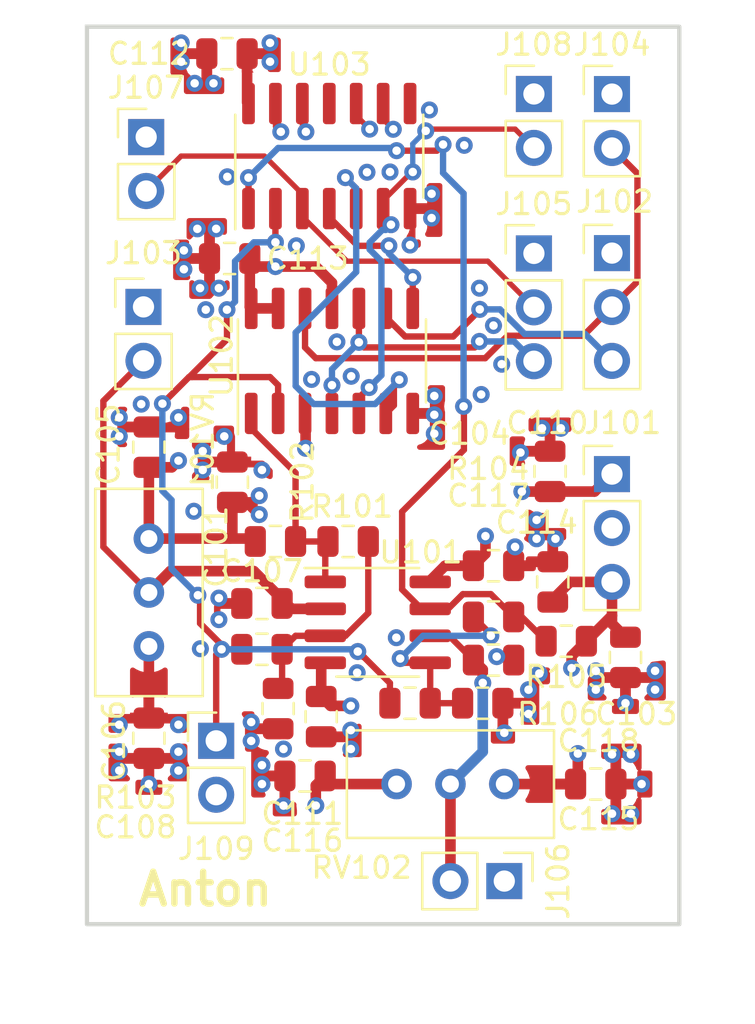
<source format=kicad_pcb>
(kicad_pcb (version 20211014) (generator pcbnew)
  (title_block (comment 4 "AISLER Project ID: MQHRUSWM"))
  (layers (0 "F.Cu" signal) (1 "In1.Cu" power) (2 "In2.Cu" power) (31 "B.Cu" signal) (34 "B.Paste" user) (35 "F.Paste" user) (36 "B.SilkS" user "B.Silkscreen") (37 "F.SilkS" user "F.Silkscreen") (38 "B.Mask" user) (39 "F.Mask" user) (44 "Edge.Cuts" user))
  (net 0 "")
  (net 1 "+5V")
  (net 2 "GND")
  (net 3 "-5V")
  (net 4 "/Ref_Comp_A")
  (net 5 "/Signal_Comp_A")
  (net 6 "/Ref_Comp_B")
  (net 7 "/Signal_Comp_B")
  (net 8 "/Signal_Out_Rising")
  (net 9 "/Rising_Edge_Out")
  (net 10 "Signal_Rising")
  (net 11 "/Signal_Out_Falling")
  (net 12 "/Falling_Edge_Out")
  (net 13 "Signal_Falling")
  (net 14 "/Both_Edges_Out")
  (net 15 "Signal_In")
  (net 16 "/Comp_Out_A")
  (net 17 "/Comp_Out_B")
  (net 18 "Net-(U102-Pad6)")
  (net 19 "Net-(U102-Pad8)")
  (footprint "Capacitor_SMD:C_0805_2012Metric" (layer "F.Cu") (at 62.225 73.152)
    (fp_text reference "C115")
    (fp_text value "10u")
  )
  (footprint "Capacitor_SMD:C_0805_2012Metric" (layer "F.Cu") (at 60.198 63.627 90)
    (fp_text reference "C114")
    (fp_text value "100n")
  )
  (footprint "Connector_PinHeader_2.54mm:PinHeader_1x03_P2.54mm_Vertical" (layer "F.Cu") (at 59.309 48.148)
    (fp_text reference "J105")
    (fp_text value "Conn_01x03_Male")
  )
  (footprint "Capacitor_SMD:C_0805_2012Metric" (layer "F.Cu") (at 46.482 64.643 180)
    (fp_text reference "C107")
    (fp_text value "1u")
  )
  (footprint "Capacitor_SMD:C_0805_2012Metric" (layer "F.Cu") (at 41.148 70.993 -90)
    (fp_text reference "C106")
    (fp_text value "10u")
  )
  (footprint "Capacitor_SMD:C_0805_2012Metric" (layer "F.Cu") (at 49.276 69.977 -90)
    (fp_text reference "C111")
    (fp_text value "100n")
  )
  (footprint "Connector_PinHeader_2.54mm:PinHeader_1x03_P2.54mm_Vertical" (layer "F.Cu") (at 62.992 58.547)
    (fp_text reference "J101")
    (fp_text value "Conn_01x03_Male")
  )
  (footprint "Capacitor_SMD:C_0805_2012Metric" (layer "F.Cu") (at 45.085 58.928 90)
    (fp_text reference "C101")
    (fp_text value "100n")
  )
  (footprint "Capacitor_SMD:C_0805_2012Metric" (layer "F.Cu") (at 48.514 72.771 180)
    (fp_text reference "C116")
    (fp_text value "10u")
  )
  (footprint "Capacitor_SMD:C_0805_2012Metric" (layer "F.Cu") (at 57.404 65.278)
    (fp_text reference "R104")
    (fp_text value "100k")
  )
  (footprint "Connector_PinHeader_2.54mm:PinHeader_1x02_P2.54mm_Vertical" (layer "F.Cu") (at 57.912 77.724 -90)
    (fp_text reference "J106")
    (fp_text value "Conn_01x02_Male")
  )
  (footprint "Connector_PinHeader_2.54mm:PinHeader_1x02_P2.54mm_Vertical" (layer "F.Cu") (at 40.894 50.668)
    (fp_text reference "J103")
    (fp_text value "Conn_01x02_Male")
  )
  (footprint "Package_SO:SOIC-14_3.9x8.7mm_P1.27mm" (layer "F.Cu") (at 49.784 53.213 90)
    (fp_text reference "U102")
    (fp_text value "74LS11")
  )
  (footprint "Capacitor_SMD:C_0805_2012Metric" (layer "F.Cu") (at 47.244 69.596 -90)
    (fp_text reference "C108")
    (fp_text value "1n")
  )
  (footprint "Capacitor_SMD:C_0805_2012Metric" (layer "F.Cu") (at 63.627 67.183 -90)
    (fp_text reference "C103")
    (fp_text value "10u")
  )
  (footprint "Capacitor_SMD:C_0805_2012Metric" (layer "F.Cu") (at 53.467 69.342)
    (fp_text reference "R106")
    (fp_text value "10k")
  )
  (footprint "Connector_PinHeader_2.54mm:PinHeader_1x02_P2.54mm_Vertical" (layer "F.Cu") (at 41.021 42.667)
    (fp_text reference "J107")
    (fp_text value "Conn_01x02_Male")
  )
  (footprint "Connector_PinHeader_2.54mm:PinHeader_1x02_P2.54mm_Vertical" (layer "F.Cu") (at 44.323 71.115)
    (fp_text reference "J109")
    (fp_text value "Conn_01x02_Male")
  )
  (footprint "Connector_PinHeader_2.54mm:PinHeader_1x02_P2.54mm_Vertical" (layer "F.Cu") (at 62.992 40.64)
    (fp_text reference "J104")
    (fp_text value "Conn_01x02_Male")
  )
  (footprint "Potentiometer_THT:Potentiometer_Bourns_3296W_Vertical" (layer "F.Cu") (at 41.148 61.585 90)
    (fp_text reference "RV101")
    (fp_text value "R_Potentiometer_Trim")
  )
  (footprint "Connector_PinHeader_2.54mm:PinHeader_1x02_P2.54mm_Vertical" (layer "F.Cu") (at 59.309 40.635)
    (fp_text reference "J108")
    (fp_text value "Conn_01x02_Male")
  )
  (footprint "Capacitor_SMD:C_0805_2012Metric" (layer "F.Cu") (at 60.833 66.421 180)
    (fp_text reference "R105")
    (fp_text value "22k")
  )
  (footprint "Capacitor_SMD:C_0805_2012Metric" (layer "F.Cu") (at 57.404 67.31)
    (fp_text reference "C117")
    (fp_text value "1u")
  )
  (footprint "Package_SO:SOIC-14_3.9x8.7mm_P1.27mm" (layer "F.Cu") (at 49.657 43.561 90)
    (fp_text reference "U103")
    (fp_text value "74LS32")
  )
  (footprint "Capacitor_SMD:C_0805_2012Metric" (layer "F.Cu") (at 41.148 57.277 90)
    (fp_text reference "C105")
    (fp_text value "10u")
  )
  (footprint "Capacitor_SMD:C_0805_2012Metric" (layer "F.Cu") (at 57.404 62.865)
    (fp_text reference "C104")
    (fp_text value "100n")
  )
  (footprint "Capacitor_SMD:C_0805_2012Metric" (layer "F.Cu") (at 44.831 38.735 180)
    (fp_text reference "C112")
    (fp_text value "100n")
  )
  (footprint "Package_SO:SOIC-8_3.9x4.9mm_P1.27mm" (layer "F.Cu") (at 51.943 65.532)
    (fp_text reference "U101")
    (fp_text value "LM393")
  )
  (footprint "Capacitor_SMD:C_0805_2012Metric" (layer "F.Cu") (at 47.117 61.722)
    (fp_text reference "R102")
    (fp_text value "22k")
  )
  (footprint "Connector_PinHeader_2.54mm:PinHeader_1x03_P2.54mm_Vertical" (layer "F.Cu") (at 62.992 48.133)
    (fp_text reference "J102")
    (fp_text value "Conn_01x03_Male")
  )
  (footprint "Potentiometer_THT:Potentiometer_Bourns_3296W_Vertical" (layer "F.Cu") (at 57.912 73.152)
    (fp_text reference "RV102")
    (fp_text value "R_Potentiometer_Trim")
  )
  (footprint "Capacitor_SMD:C_0805_2012Metric" (layer "F.Cu") (at 46.482 66.802)
    (fp_text reference "R103")
    (fp_text value "10k")
  )
  (footprint "Capacitor_SMD:C_0805_2012Metric" (layer "F.Cu") (at 60.071 58.42 90)
    (fp_text reference "C110")
    (fp_text value "10u")
  )
  (footprint "Capacitor_SMD:C_0805_2012Metric" (layer "F.Cu") (at 56.896 69.342)
    (fp_text reference "C118")
    (fp_text value "1n")
  )
  (footprint "Capacitor_SMD:C_0805_2012Metric" (layer "F.Cu") (at 44.958 48.387 180)
    (fp_text reference "C113")
    (fp_text value "100n")
  )
  (footprint "Capacitor_SMD:C_0805_2012Metric" (layer "F.Cu") (at 50.546 61.722 180)
    (fp_text reference "R101")
    (fp_text value "100k")
  )
  (gr_rect (start 66.167 37.465) (end 38.227 79.756) (layer "Edge.Cuts") (width 0.2) (fill none))
  (gr_text "Anton" (at 43.815 78.105) (layer "F.SilkS") (effects (font (size 1.5 1.5) (thickness 0.3))))
  (segment (start 60.198 64.577) (end 60.198 64.836) (width 0.3) (layer "F.Cu") (net 1))
  (segment (start 61.380489 71.715511) (end 61.380489 73.046511) (width 0.5) (layer "F.Cu") (net 1))
  (segment (start 54.418 63.627) (end 54.418 63.565) (width 0.5) (layer "F.Cu") (net 1))
  (segment (start 45.085 59.878) (end 46.04 59.878) (width 0.5) (layer "F.Cu") (net 1))
  (segment (start 45.781 59.878) (end 46.355 60.452) (width 0.5) (layer "F.Cu") (net 1))
  (segment (start 62.992 65.598) (end 63.627 66.233) (width 0.5) (layer "F.Cu") (net 1))
  (segment (start 45.781 38.735) (end 45.781 41.02) (width 0.5) (layer "F.Cu") (net 1))
  (segment (start 47.117 48.768) (end 49.022 48.768) (width 0.5) (layer "F.Cu") (net 1))
  (segment (start 61.971 66.233) (end 61.783 66.421) (width 0.25) (layer "F.Cu") (net 1))
  (segment (start 62.992 63.627) (end 62.992 65.212) (width 0.5) (layer "F.Cu") (net 1))
  (segment (start 62.992 65.212) (end 62.992 65.598) (width 0.5) (layer "F.Cu") (net 1))
  (segment (start 45.974 50.738) (end 47.244 50.738) (width 0.5) (layer "F.Cu") (net 1))
  (segment (start 41.148 61.585) (end 44.968 61.585) (width 0.5) (layer "F.Cu") (net 1))
  (segment (start 46.04 59.878) (end 46.355 59.563) (width 0.5) (layer "F.Cu") (net 1))
  (segment (start 45.085 59.878) (end 45.085 61.468) (width 0.5) (layer "F.Cu") (net 1))
  (segment (start 57.023 61.468) (end 57.023 62.296) (width 0.5) (layer "F.Cu") (net 1))
  (segment (start 61.087 67.117) (end 61.783 66.421) (width 0.5) (layer "F.Cu") (net 1))
  (segment (start 45.085 61.468) (end 44.968 61.585) (width 0.5) (layer "F.Cu") (net 1))
  (segment (start 61.380489 73.046511) (end 61.275 73.152) (width 0.5) (layer "F.Cu") (net 1))
  (segment (start 45.085 59.878) (end 45.781 59.878) (width 0.5) (layer "F.Cu") (net 1))
  (segment (start 48.54022 55.71422) (end 48.514 55.688) (width 0.5) (layer "F.Cu") (net 1))
  (segment (start 45.781 41.02) (end 45.847 41.086) (width 0.5) (layer "F.Cu") (net 1))
  (segment (start 48.54022 57.327899) (end 48.54022 55.71422) (width 0.5) (layer "F.Cu") (net 1))
  (segment (start 46.289 48.768) (end 45.908 48.387) (width 0.5) (layer "F.Cu") (net 1))
  (segment (start 49.784 49.53) (end 49.784 50.738) (width 0.5) (layer "F.Cu") (net 1))
  (segment (start 47.117 48.768) (end 46.289 48.768) (width 0.5) (layer "F.Cu") (net 1))
  (segment (start 61.087 67.691) (end 61.087 67.117) (width 0.5) (layer "F.Cu") (net 1))
  (segment (start 45.908 50.672) (end 45.974 50.738) (width 0.5) (layer "F.Cu") (net 1))
  (segment (start 57.023 62.296) (end 56.454 62.865) (width 0.5) (layer "F.Cu") (net 1))
  (segment (start 54.418 63.565) (end 55.118 62.865) (width 0.5) (layer "F.Cu") (net 1))
  (segment (start 62.992 63.627) (end 61.021 63.627) (width 0.5) (layer "F.Cu") (net 1))
  (segment (start 55.118 62.865) (end 56.454 62.865) (width 0.5) (layer "F.Cu") (net 1))
  (segment (start 44.968 61.585) (end 46.03 61.585) (width 0.5) (layer "F.Cu") (net 1))
  (segment (start 41.148 61.585) (end 41.148 58.227) (width 0.5) (layer "F.Cu") (net 1))
  (segment (start 62.992 65.212) (end 61.783 66.421) (width 0.5) (layer "F.Cu") (net 1))
  (segment (start 56.454 62.865) (end 56.454 63.053) (width 0.5) (layer "F.Cu") (net 1))
  (segment (start 61.021 63.627) (end 60.071 64.577) (width 0.5) (layer "F.Cu") (net 1))
  (segment (start 57.912 73.152) (end 61.275 73.152) (width 0.5) (layer "F.Cu") (net 1))
  (segment (start 45.908 48.387) (end 45.908 50.672) (width 0.5) (layer "F.Cu") (net 1))
  (segment (start 41.148 58.227) (end 42.23 58.227) (width 0.5) (layer "F.Cu") (net 1))
  (segment (start 49.022 48.768) (end 49.784 49.53) (width 0.5) (layer "F.Cu") (net 1))
  (segment (start 42.23 58.227) (end 42.545 57.912) (width 0.5) (layer "F.Cu") (net 1))
  (segment (start 46.03 61.585) (end 46.167 61.722) (width 0.5) (layer "F.Cu") (net 1))
  (via (at 61.380489 71.715511) (size 0.8) (drill 0.4) (layers "F.Cu" "B.Cu") (net 1))
  (via (at 47.117 48.768) (size 0.8) (drill 0.4) (layers "F.Cu" "B.Cu") (net 1))
  (via (at 46.863 38.227) (size 0.8) (drill 0.4) (layers "F.Cu" "B.Cu") (net 1))
  (via (at 61.087 67.691) (size 0.8) (drill 0.4) (layers "F.Cu" "B.Cu") (net 1))
  (via (at 57.023 61.468) (size 0.8) (drill 0.4) (layers "F.Cu" "B.Cu") (net 1))
  (via (at 42.545 57.912) (size 0.8) (drill 0.4) (layers "F.Cu" "B.Cu") (net 1))
  (via (at 46.863 39.116) (size 0.8) (drill 0.4) (layers "F.Cu" "B.Cu") (net 1))
  (via (at 46.355 60.452) (size 0.8) (drill 0.4) (layers "F.Cu" "B.Cu") (net 1))
  (via (at 48.54022 57.327899) (size 0.8) (drill 0.4) (layers "F.Cu" "B.Cu") (net 1))
  (via (at 46.355 59.563) (size 0.8) (drill 0.4) (layers "F.Cu" "B.Cu") (net 1))
  (segment (start 47.371 42.418) (end 47.117 42.164) (width 0.25) (layer "F.Cu") (net 2))
  (segment (start 52.675563 42.298698) (end 52.197 41.820135) (width 0.25) (layer "F.Cu") (net 2))
  (segment (start 52.197 41.820135) (end 52.197 41.086) (width 0.25) (layer "F.Cu") (net 2))
  (segment (start 50.927 41.656) (end 50.927 41.086) (width 0.25) (layer "F.Cu") (net 2))
  (segment (start 47.117 42.164) (end 47.117 41.086) (width 0.25) (layer "F.Cu") (net 2))
  (segment (start 51.562 42.291) (end 50.927 41.656) (width 0.25) (layer "F.Cu") (net 2))
  (segment (start 48.387 42.2515) (end 48.387 41.086) (width 0.25) (layer "F.Cu") (net 2))
  (segment (start 48.5535 42.418) (end 48.387 42.2515) (width 0.25) (layer "F.Cu") (net 2))
  (via (at 58.42 61.976) (size 0.8) (drill 0.4) (layers "F.Cu" "B.Cu") (net 2))
  (via (at 63.627 69.342) (size 0.8) (drill 0.4) (layers "F.Cu" "B.Cu") (net 2))
  (via (at 54.61 56.642) (size 0.8) (drill 0.4) (layers "F.Cu" "B.Cu") (net 2))
  (via (at 47.498 74.168) (size 0.8) (drill 0.4) (layers "F.Cu" "B.Cu") (net 2))
  (via (at 42.799 48.895) (size 0.8) (drill 0.4) (layers "F.Cu" "B.Cu") (net 2))
  (via (at 60.579 56.388) (size 0.8) (drill 0.4) (layers "F.Cu" "B.Cu") (net 2))
  (via (at 53.467 47.752) (size 0.8) (drill 0.4) (layers "F.Cu" "B.Cu") (net 2))
  (via (at 42.545 71.628) (size 0.8) (drill 0.4) (layers "F.Cu" "B.Cu") (net 2))
  (via (at 59.69 56.388) (size 0.8) (drill 0.4) (layers "F.Cu" "B.Cu") (net 2))
  (via (at 59.055 68.707) (size 0.8) (drill 0.4) (layers "F.Cu" "B.Cu") (net 2))
  (via (at 44.45 64.389) (size 0.8) (drill 0.4) (layers "F.Cu" "B.Cu") (net 2))
  (via (at 62.992 71.755) (size 0.8) (drill 0.4) (layers "F.Cu" "B.Cu") (net 2))
  (via (at 62.23 67.818) (size 0.8) (drill 0.4) (layers "F.Cu" "B.Cu") (net 2))
  (via (at 52.819374 66.255835) (size 0.8) (drill 0.4) (layers "F.Cu" "B.Cu") (net 2))
  (via (at 48.821734 54.085724) (size 0.8) (drill 0.4) (layers "F.Cu" "B.Cu") (net 2))
  (via (at 59.436 61.595) (size 0.8) (drill 0.4) (layers "F.Cu" "B.Cu") (net 2))
  (via (at 56.822438 54.797297) (size 0.8) (drill 0.4) (layers "F.Cu" "B.Cu") (net 2))
  (via (at 54.483 45.339) (size 0.8) (drill 0.4) (layers "F.Cu" "B.Cu") (net 2))
  (via (at 43.577826 66.776378) (size 0.8) (drill 0.4) (layers "F.Cu" "B.Cu") (net 2))
  (via (at 54.61 54.864) (size 0.8) (drill 0.4) (layers "F.Cu" "B.Cu") (net 2))
  (via (at 56.740762 49.78498) (size 0.8) (drill 0.4) (layers "F.Cu" "B.Cu") (net 2))
  (via (at 57.789502 53.366952) (size 0.8) (drill 0.4) (layers "F.Cu" "B.Cu") (net 2))
  (via (at 54.380718 41.388965) (size 0.8) (drill 0.4) (layers "F.Cu" "B.Cu") (net 2))
  (via (at 39.751 55.88) (size 0.8) (drill 0.4) (layers "F.Cu" "B.Cu") (net 2))
  (via (at 43.434 46.99) (size 0.8) (drill 0.4) (layers "F.Cu" "B.Cu") (net 2))
  (via (at 42.672 38.227) (size 0.8) (drill 0.4) (layers "F.Cu" "B.Cu") (net 2))
  (via (at 42.672 39.116) (size 0.8) (drill 0.4) (layers "F.Cu" "B.Cu") (net 2))
  (via (at 63.881 74.549) (size 0.8) (drill 0.4) (layers "F.Cu" "B.Cu") (net 2))
  (via (at 59.563 67.945) (size 0.8) (drill 0.4) (layers "F.Cu" "B.Cu") (net 2))
  (via (at 44.196 40.132) (size 0.8) (drill 0.4) (layers "F.Cu" "B.Cu") (net 2))
  (via (at 43.831497 50.8) (size 0.8) (drill 0.4) (layers "F.Cu" "B.Cu") (net 2))
  (via (at 46.482 73.152) (size 0.8) (drill 0.4) (layers "F.Cu" "B.Cu") (net 2))
  (via (at 39.751 56.769) (size 0.8) (drill 0.4) (layers "F.Cu" "B.Cu") (net 2))
  (via (at 43.307 40.132) (size 0.8) (drill 0.4) (layers "F.Cu" "B.Cu") (net 2))
  (via (at 47.498 71.501) (size 0.8) (drill 0.4) (layers "F.Cu" "B.Cu") (net 2))
  (via (at 62.992 74.549) (size 0.8) (drill 0.4) (layers "F.Cu" "B.Cu") (net 2))
  (via (at 54.483 46.482) (size 0.8) (drill 0.4) (layers "F.Cu" "B.Cu") (net 2))
  (via (at 42.545 55.88) (size 0.8) (drill 0.4) (layers "F.Cu" "B.Cu") (net 2))
  (via (at 43.561 49.784) (size 0.8) (drill 0.4) (layers "F.Cu" "B.Cu") (net 2))
  (via (at 60.325 61.595) (size 0.8) (drill 0.4) (layers "F.Cu" "B.Cu") (net 2))
  (via (at 40.788034 55.250119) (size 0.8) (drill 0.4) (layers "F.Cu" "B.Cu") (net 2))
  (via (at 42.545 72.517) (size 0.8) (drill 0.4) (layers "F.Cu" "B.Cu") (net 2))
  (via (at 51.435 44.323) (size 0.8) (drill 0.4) (layers "F.Cu" "B.Cu") (net 2))
  (via (at 65.024 67.818) (size 0.8) (drill 0.4) (layers "F.Cu" "B.Cu") (net 2))
  (via (at 39.751 71.628) (size 0.8) (drill 0.4) (layers "F.Cu" "B.Cu") (net 2))
  (via (at 50.673 71.501) (size 0.8) (drill 0.4) (layers "F.Cu" "B.Cu") (net 2))
  (via (at 44.45 65.405) (size 0.8) (drill 0.4) (layers "F.Cu" "B.Cu") (net 2))
  (via (at 50.016023 52.314523) (size 0.8) (drill 0.4) (layers "F.Cu" "B.Cu") (net 2))
  (via (at 44.45 49.784) (size 0.8) (drill 0.4) (layers "F.Cu" "B.Cu") (net 2))
  (via (at 44.323 46.99) (size 0.8) (drill 0.4) (layers "F.Cu" "B.Cu") (net 2))
  (via (at 45.974 71.12) (size 0.8) (drill 0.4) (layers "F.Cu" "B.Cu") (net 2))
  (via (at 56.022672 43.05301) (size 0.8) (drill 0.4) (layers "F.Cu" "B.Cu") (net 2))
  (via (at 52.675563 42.298698) (size 0.8) (drill 0.4) (layers "F.Cu" "B.Cu") (net 2))
  (via (at 44.848201 44.5395) (size 0.8) (drill 0.4) (layers "F.Cu" "B.Cu") (net 2))
  (via (at 43.269117 60.297681) (size 0.8) (drill 0.4) (layers "F.Cu" "B.Cu") (net 2))
  (via (at 50.971168 67.906122) (size 0.8) (drill 0.4) (layers "F.Cu" "B.Cu") (net 2))
  (via (at 59.055 69.85) (size 0.8) (drill 0.4) (layers "F.Cu" "B.Cu") (net 2))
  (via (at 59.436 60.706) (size 0.8) (drill 0.4) (layers "F.Cu" "B.Cu") (net 2))
  (via (at 41.148 73.152) (size 0.8) (drill 0.4) (layers "F.Cu" "B.Cu") (net 2))
  (via (at 42.799 48.006) (size 0.8) (drill 0.4) (layers "F.Cu" "B.Cu") (net 2))
  (via (at 44.704 56.769) (size 0.8) (drill 0.4) (layers "F.Cu" "B.Cu") (net 2))
  (via (at 43.688 57.465) (size 0.8) (drill 0.4) (layers "F.Cu" "B.Cu") (net 2))
  (via (at 43.688 58.354) (size 0.8) (drill 0.4) (layers "F.Cu" "B.Cu") (net 2))
  (via (at 54.61 55.753) (size 0.8) (drill 0.4) (layers "F.Cu" "B.Cu") (net 2))
  (via (at 48.102904 47.789317) (size 0.8) (drill 0.4) (layers "F.Cu" "B.Cu") (net 2))
  (via (at 52.52183 44.3105) (size 0.8) (drill 0.4) (layers "F.Cu" "B.Cu") (net 2))
  (via (at 58.674 57.531) (size 0.8) (drill 0.4) (layers "F.Cu" "B.Cu") (net 2))
  (via (at 57.5535 67.147286) (size 0.8) (drill 0.4) (layers "F.Cu" "B.Cu") (net 2))
  (via (at 65.024 68.707) (size 0.8) (drill 0.4) (layers "F.Cu" "B.Cu") (net 2))
  (via (at 46.482 72.263) (size 0.8) (drill 0.4) (layers "F.Cu" "B.Cu") (net 2))
  (via (at 48.5535 42.418) (size 0.8) (drill 0.4) (layers "F.Cu" "B.Cu") (net 2))
  (via (at 47.371 42.418) (size 0.8) (drill 0.4) (layers "F.Cu" "B.Cu") (net 2))
  (via (at 57.402648 51.546273) (size 0.8) (drill 0.4) (layers "F.Cu" "B.Cu") (net 2))
  (via (at 64.389 73.152) (size 0.8) (drill 0.4) (layers "F.Cu" "B.Cu") (net 2))
  (via (at 50.690932 53.935907) (size 0.8) (drill 0.4) (layers "F.Cu" "B.Cu") (net 2))
  (via (at 50.673 70.612) (size 0.8) (drill 0.4) (layers "F.Cu" "B.Cu") (net 2))
  (via (at 46.482 58.354) (size 0.8) (drill 0.4) (layers "F.Cu" "B.Cu") (net 2))
  (via (at 51.562 42.291) (size 0.8) (drill 0.4) (layers "F.Cu" "B.Cu") (net 2))
  (via (at 62.23 68.707) (size 0.8) (drill 0.4) (layers "F.Cu" "B.Cu") (net 2))
  (via (at 45.974 70.231) (size 0.8) (drill 0.4) (layers "F.Cu" "B.Cu") (net 2))
  (via (at 39.751 72.517) (size 0.8) (drill 0.4) (layers "F.Cu" "B.Cu") (net 2))
  (via (at 63.881 71.755) (size 0.8) (drill 0.4) (layers "F.Cu" "B.Cu") (net 2))
  (via (at 57.912 70.739) (size 0.8) (drill 0.4) (layers "F.Cu" "B.Cu") (net 2))
  (segment (start 60.071 59.37) (end 58.74 59.37) (width 0.5) (layer "F.Cu") (net 3))
  (segment (start 62.169 59.37) (end 62.992 58.547) (width 0.5) (layer "F.Cu") (net 3))
  (segment (start 49.276 67.629) (end 49.468 67.437) (width 0.5) (layer "F.Cu") (net 3))
  (segment (start 49.022 74.168) (end 49.022 73.213) (width 0.5) (layer "F.Cu") (net 3))
  (segment (start 49.022 73.213) (end 49.464 72.771) (width 0.5) (layer "F.Cu") (net 3))
  (segment (start 50.673 69.469) (end 49.718 69.469) (width 0.5) (layer "F.Cu") (net 3))
  (segment (start 49.845 73.152) (end 49.464 72.771) (width 0.5) (layer "F.Cu") (net 3))
  (segment (start 49.718 69.469) (end 49.276 69.027) (width 0.5) (layer "F.Cu") (net 3))
  (segment (start 58.674 59.436) (end 58.74 59.37) (width 0.5) (layer "F.Cu") (net 3))
  (segment (start 41.148 66.665) (end 41.148 70.043) (width 0.5) (layer "F.Cu") (net 3))
  (segment (start 60.071 59.37) (end 62.169 59.37) (width 0.5) (layer "F.Cu") (net 3))
  (segment (start 52.832 73.152) (end 49.845 73.152) (width 0.5) (layer "F.Cu") (net 3))
  (segment (start 49.276 69.027) (end 49.276 67.629) (width 0.5) (layer "F.Cu") (net 3))
  (via (at 58.74 59.37) (size 0.8) (drill 0.4) (layers "F.Cu" "B.Cu") (net 3))
  (via (at 49.022 74.168) (size 0.8) (drill 0.4) (layers "F.Cu" "B.Cu") (net 3))
  (via (at 42.545 70.358) (size 0.8) (drill 0.4) (layers "F.Cu" "B.Cu") (net 3))
  (via (at 39.751 70.358) (size 0.8) (drill 0.4) (layers "F.Cu" "B.Cu") (net 3))
  (via (at 50.673 69.469) (size 0.8) (drill 0.4) (layers "F.Cu" "B.Cu") (net 3))
  (segment (start 39.001489 61.978489) (end 41.148 64.125) (width 0.3) (layer "F.Cu") (net 4))
  (segment (start 47.879 64.897) (end 49.468 64.897) (width 0.5) (layer "F.Cu") (net 4))
  (segment (start 39.001489 55.100511) (end 39.001489 61.978489) (width 0.3) (layer "F.Cu") (net 4))
  (segment (start 40.894 53.208) (end 39.001489 55.100511) (width 0.3) (layer "F.Cu") (net 4))
  (segment (start 42.154 63.119) (end 46.101 63.119) (width 0.5) (layer "F.Cu") (net 4))
  (segment (start 46.101 63.119) (end 47.879 64.897) (width 0.5) (layer "F.Cu") (net 4))
  (segment (start 41.148 64.125) (end 42.154 63.119) (width 0.5) (layer "F.Cu") (net 4))
  (segment (start 51.496 65.09) (end 51.496 61.722) (width 0.3) (layer "F.Cu") (net 5))
  (segment (start 47.432 66.802) (end 47.432 68.331) (width 0.3) (layer "F.Cu") (net 5))
  (segment (start 47.432 66.802) (end 48.067 66.167) (width 0.3) (layer "F.Cu") (net 5))
  (segment (start 49.468 66.167) (end 50.419 66.167) (width 0.3) (layer "F.Cu") (net 5))
  (segment (start 50.419 66.167) (end 51.496 65.09) (width 0.3) (layer "F.Cu") (net 5))
  (segment (start 48.067 66.167) (end 49.468 66.167) (width 0.3) (layer "F.Cu") (net 5))
  (segment (start 47.432 68.331) (end 47.244 68.519) (width 0.3) (layer "F.Cu") (net 5))
  (segment (start 56.896 68.385699) (end 56.896 67.752) (width 0.5) (layer "F.Cu") (net 6))
  (segment (start 55.372 77.724) (end 55.372 73.152) (width 0.5) (layer "F.Cu") (net 6))
  (segment (start 54.418 66.167) (end 55.311 66.167) (width 0.3) (layer "F.Cu") (net 6))
  (segment (start 56.896 67.752) (end 56.454 67.31) (width 0.5) (layer "F.Cu") (net 6))
  (segment (start 55.311 66.167) (end 56.454 67.31) (width 0.3) (layer "F.Cu") (net 6))
  (via (at 56.896 68.385699) (size 0.8) (drill 0.4) (layers "F.Cu" "B.Cu") (net 6))
  (segment (start 56.896 71.628) (end 55.372 73.152) (width 0.5) (layer "B.Cu") (net 6))
  (segment (start 56.896 68.385699) (end 56.896 71.628) (width 0.5) (layer "B.Cu") (net 6))
  (segment (start 53.014419 67.238419) (end 53.213 67.437) (width 0.3) (layer "F.Cu") (net 7))
  (segment (start 54.417 67.438) (end 54.418 67.437) (width 0.3) (layer "F.Cu") (net 7))
  (segment (start 57.277 66.167) (end 57.277 66.101) (width 0.3) (layer "F.Cu") (net 7))
  (segment (start 53.213 67.437) (end 54.418 67.437) (width 0.3) (layer "F.Cu") (net 7))
  (segment (start 57.277 66.101) (end 56.454 65.278) (width 0.3) (layer "F.Cu") (net 7))
  (segment (start 55.946 69.342) (end 54.417 69.342) (width 0.3) (layer "F.Cu") (net 7))
  (segment (start 53.002495 67.238419) (end 53.014419 67.238419) (width 0.3) (layer "F.Cu") (net 7))
  (segment (start 54.417 69.342) (end 54.417 67.438) (width 0.3) (layer "F.Cu") (net 7))
  (via (at 53.002495 67.238419) (size 0.8) (drill 0.4) (layers "F.Cu" "B.Cu") (net 7))
  (via (at 57.277 66.167) (size 0.8) (drill 0.4) (layers "F.Cu" "B.Cu") (net 7))
  (segment (start 54.073914 66.167) (end 57.277 66.167) (width 0.3) (layer "B.Cu") (net 7))
  (segment (start 53.002495 67.238419) (end 54.073914 66.167) (width 0.3) (layer "B.Cu") (net 7))
  (segment (start 58.068011 52.028489) (end 61.636511 52.028489) (width 0.3) (layer "F.Cu") (net 9))
  (segment (start 64.191511 49.473489) (end 64.191511 44.379511) (width 0.3) (layer "F.Cu") (net 9))
  (segment (start 48.514 50.738) (end 48.514 52.578) (width 0.3) (layer "F.Cu") (net 9))
  (segment (start 49.022 53.086) (end 57.0105 53.086) (width 0.3) (layer "F.Cu") (net 9))
  (segment (start 62.992 50.673) (end 64.191511 49.473489) (width 0.3) (layer "F.Cu") (net 9))
  (segment (start 61.636511 52.028489) (end 62.992 50.673) (width 0.3) (layer "F.Cu") (net 9))
  (segment (start 64.191511 44.379511) (end 62.992 43.18) (width 0.3) (layer "F.Cu") (net 9))
  (segment (start 57.0105 53.086) (end 58.068011 52.028489) (width 0.3) (layer "F.Cu") (net 9))
  (segment (start 48.514 52.578) (end 49.022 53.086) (width 0.3) (layer "F.Cu") (net 9))
  (segment (start 52.324 50.738) (end 52.324 51.149427) (width 0.3) (layer "F.Cu") (net 10))
  (segment (start 52.324 51.054) (end 52.197 51.181) (width 0.3) (layer "F.Cu") (net 10))
  (segment (start 56.769 50.8) (end 56.755728 50.786728) (width 0.3) (layer "F.Cu") (net 10))
  (segment (start 52.324 51.149427) (end 53.237093 52.06252) (width 0.3) (layer "F.Cu") (net 10))
  (segment (start 56.755728 50.786728) (end 56.755728 50.784369) (width 0.3) (layer "F.Cu") (net 10))
  (segment (start 55.50648 52.06252) (end 56.769 50.8) (width 0.3) (layer "F.Cu") (net 10))
  (segment (start 53.237093 52.06252) (end 55.50648 52.06252) (width 0.3) (layer "F.Cu") (net 10))
  (via (at 56.755728 50.784369) (size 0.8) (drill 0.4) (layers "F.Cu" "B.Cu") (net 10))
  (segment (start 58.867634 51.943) (end 61.722 51.943) (width 0.3) (layer "B.Cu") (net 10))
  (segment (start 56.755728 50.784369) (end 57.709003 50.784369) (width 0.3) (layer "B.Cu") (net 10))
  (segment (start 57.709003 50.784369) (end 58.867634 51.943) (width 0.3) (layer "B.Cu") (net 10))
  (segment (start 61.722 51.943) (end 62.992 53.213) (width 0.3) (layer "B.Cu") (net 10))
  (segment (start 46.600386 43.561) (end 42.667 43.561) (width 0.25) (layer "F.Cu") (net 12))
  (segment (start 48.387 45.347614) (end 46.600386 43.561) (width 0.25) (layer "F.Cu") (net 12))
  (segment (start 48.387 46.036) (end 48.387 46.412072) (width 0.25) (layer "F.Cu") (net 12))
  (segment (start 42.667 43.561) (end 41.021 45.207) (width 0.25) (layer "F.Cu") (net 12))
  (segment (start 50.488928 48.514) (end 57.135 48.514) (width 0.25) (layer "F.Cu") (net 12))
  (segment (start 48.387 46.036) (end 48.387 45.347614) (width 0.25) (layer "F.Cu") (net 12))
  (segment (start 48.387 46.412072) (end 50.488928 48.514) (width 0.25) (layer "F.Cu") (net 12))
  (segment (start 41.49152 44.73648) (end 41.021 45.207) (width 0.25) (layer "F.Cu") (net 12))
  (segment (start 57.135 48.514) (end 59.309 50.688) (width 0.25) (layer "F.Cu") (net 12))
  (segment (start 49.784 54.356) (end 49.784 55.688) (width 0.3) (layer "F.Cu") (net 13))
  (segment (start 56.740773 52.352227) (end 56.740773 52.295773) (width 0.3) (layer "F.Cu") (net 13))
  (segment (start 51.054 52.3365) (end 51.054 50.738) (width 0.3) (layer "F.Cu") (net 13))
  (segment (start 51.054 52.3365) (end 51.2955 52.578) (width 0.3) (layer "F.Cu") (net 13))
  (segment (start 51.2955 52.578) (end 56.515 52.578) (width 0.3) (layer "F.Cu") (net 13))
  (segment (start 56.515 52.578) (end 56.740773 52.352227) (width 0.3) (layer "F.Cu") (net 13))
  (via (at 49.784 54.356) (size 0.8) (drill 0.4) (layers "F.Cu" "B.Cu") (net 13))
  (via (at 51.054 52.3365) (size 0.8) (drill 0.4) (layers "F.Cu" "B.Cu") (net 13))
  (via (at 56.740773 52.295773) (size 0.8) (drill 0.4) (layers "F.Cu" "B.Cu") (net 13))
  (segment (start 58.376773 52.295773) (end 59.309 53.228) (width 0.3) (layer "B.Cu") (net 13))
  (segment (start 56.740773 52.295773) (end 58.376773 52.295773) (width 0.3) (layer "B.Cu") (net 13))
  (segment (start 49.784 53.6065) (end 51.054 52.3365) (width 0.3) (layer "B.Cu") (net 13))
  (segment (start 49.784 54.356) (end 49.784 53.6065) (width 0.3) (layer "B.Cu") (net 13))
  (segment (start 58.425 42.291) (end 59.309 43.175) (width 0.25) (layer "F.Cu") (net 14))
  (segment (start 51.537258 54.467638) (end 51.054 54.950896) (width 0.3) (layer "F.Cu") (net 14))
  (segment (start 54.28923 42.291) (end 58.425 42.291) (width 0.25) (layer "F.Cu") (net 14))
  (segment (start 51.054 54.950896) (end 51.054 55.688) (width 0.3) (layer "F.Cu") (net 14))
  (segment (start 52.197 46.424442) (end 52.197 46.036) (width 0.3) (layer "F.Cu") (net 14))
  (segment (start 52.197 46.036) (end 52.197 45.659928) (width 0.25) (layer "F.Cu") (net 14))
  (segment (start 54.206979 42.373251) (end 54.28923 42.291) (width 0.25) (layer "F.Cu") (net 14))
  (segment (start 52.197 45.659928) (end 53.594 44.262928) (width 0.25) (layer "F.Cu") (net 14))
  (segment (start 52.5675 46.794942) (end 52.197 46.424442) (width 0.3) (layer "F.Cu") (net 14))
  (segment (start 53.594 44.262928) (end 53.594 44.069) (width 0.25) (layer "F.Cu") (net 14))
  (segment (start 53.594 44.069) (end 53.594 44.3105) (width 0.25) (layer "F.Cu") (net 14))
  (via (at 54.206979 42.373251) (size 0.8) (drill 0.4) (layers "F.Cu" "B.Cu") (net 14))
  (via (at 52.5675 46.794942) (size 0.8) (drill 0.4) (layers "F.Cu" "B.Cu") (net 14))
  (via (at 51.537258 54.467638) (size 0.8) (drill 0.4) (layers "F.Cu" "B.Cu") (net 14))
  (via (at 53.594 44.3105) (size 0.8) (drill 0.4) (layers "F.Cu" "B.Cu") (net 14))
  (segment (start 52.322453 47.039989) (end 52.157742 47.039989) (width 0.3) (layer "B.Cu") (net 14))
  (segment (start 52.157742 47.039989) (end 51.562 47.635731) (width 0.3) (layer "B.Cu") (net 14))
  (segment (start 51.562 47.635731) (end 51.562 47.96047) (width 0.3) (layer "B.Cu") (net 14))
  (segment (start 51.562 47.96047) (end 52.116446 48.514916) (width 0.3) (layer "B.Cu") (net 14))
  (segment (start 54.206979 42.373251) (end 53.594 42.98623) (width 0.25) (layer "B.Cu") (net 14))
  (segment (start 52.5675 46.794942) (end 52.322453 47.039989) (width 0.3) (layer "B.Cu") (net 14))
  (segment (start 52.116446 48.514916) (end 52.116446 53.88845) (width 0.3) (layer "B.Cu") (net 14))
  (segment (start 53.594 42.98623) (end 53.594 44.3105) (width 0.25) (layer "B.Cu") (net 14))
  (segment (start 52.116446 53.88845) (end 51.537258 54.467638) (width 0.3) (layer "B.Cu") (net 14))
  (segment (start 44.323 67.056) (end 44.577 66.802) (width 0.3) (layer "F.Cu") (net 15))
  (segment (start 46.863 53.975) (end 47.244 54.356) (width 0.3) (layer "F.Cu") (net 15))
  (segment (start 41.787296 55.228163) (end 43.040459 53.975) (width 0.3) (layer "F.Cu") (net 15))
  (segment (start 43.561 64.135) (end 43.45959 64.23641) (width 0.3) (layer "F.Cu") (net 15))
  (segment (start 43.040459 53.975) (end 43.18 53.975) (width 0.3) (layer "F.Cu") (net 15))
  (segment (start 44.577 66.802) (end 45.532 66.802) (width 0.3) (layer "F.Cu") (net 15))
  (segment (start 43.040459 53.975) (end 43.053 53.975) (width 0.3) (layer "F.Cu") (net 15))
  (segment (start 43.053 53.975) (end 44.831 52.197) (width 0.3) (layer "F.Cu") (net 15))
  (segment (start 52.517 68.391984) (end 52.517 69.342) (width 0.3) (layer "F.Cu") (net 15))
  (segment (start 43.561 65.57597) (end 43.561 64.135) (width 0.3) (layer "F.Cu") (net 15))
  (segment (start 47.117 47.625) (end 47.117 46.036) (width 0.3) (layer "F.Cu") (net 15))
  (segment (start 51.281627 67.156611) (end 52.517 68.391984) (width 0.3) (layer "F.Cu") (net 15))
  (segment (start 45.532 66.802) (end 44.78703 66.802) (width 0.3) (layer "F.Cu") (net 15))
  (segment (start 44.78703 66.802) (end 43.561 65.57597) (width 0.3) (layer "F.Cu") (net 15))
  (segment (start 51.000883 66.907062) (end 51.250432 67.156611) (width 0.3) (layer "F.Cu") (net 15))
  (segment (start 47.244 54.356) (end 47.244 55.688) (width 0.3) (layer "F.Cu") (net 15))
  (segment (start 44.831 52.197) (end 44.831 50.8) (width 0.3) (layer "F.Cu") (net 15))
  (segment (start 44.323 71.115) (end 44.323 67.056) (width 0.3) (layer "F.Cu") (net 15))
  (segment (start 43.45959 64.23641) (end 43.45959 64.254501) (width 0.3) (layer "F.Cu") (net 15))
  (segment (start 43.18 53.975) (end 46.863 53.975) (width 0.3) (layer "F.Cu") (net 15))
  (segment (start 51.250432 67.156611) (end 51.281627 67.156611) (width 0.3) (layer "F.Cu") (net 15))
  (via (at 51.000883 66.907062) (size 0.8) (drill 0.4) (layers "F.Cu" "B.Cu") (net 15))
  (via (at 44.831 50.8) (size 0.8) (drill 0.4) (layers "F.Cu" "B.Cu") (net 15))
  (via (at 41.787296 55.228163) (size 0.8) (drill 0.4) (layers "F.Cu" "B.Cu") (net 15))
  (via (at 47.117 47.625) (size 0.8) (drill 0.4) (layers "F.Cu" "B.Cu") (net 15))
  (via (at 43.45959 64.254501) (size 0.8) (drill 0.4) (layers "F.Cu" "B.Cu") (net 15))
  (via (at 44.577 66.802) (size 0.8) (drill 0.4) (layers "F.Cu" "B.Cu") (net 15))
  (segment (start 41.783 55.499) (end 41.783 59.334383) (width 0.3) (layer "B.Cu") (net 15))
  (segment (start 50.895821 66.802) (end 44.577 66.802) (width 0.3) (layer "B.Cu") (net 15))
  (segment (start 51.000883 66.907062) (end 50.895821 66.802) (width 0.3) (layer "B.Cu") (net 15))
  (segment (start 42.217511 63.012422) (end 43.45959 64.254501) (width 0.3) (layer "B.Cu") (net 15))
  (segment (start 45.212 50.419) (end 45.212 48.514) (width 0.3) (layer "B.Cu") (net 15))
  (segment (start 44.831 50.8) (end 45.212 50.419) (width 0.3) (layer "B.Cu") (net 15))
  (segment (start 41.783 59.334383) (end 42.217511 59.768894) (width 0.3) (layer "B.Cu") (net 15))
  (segment (start 46.101 47.625) (end 47.117 47.625) (width 0.3) (layer "B.Cu") (net 15))
  (segment (start 42.217511 59.768894) (end 42.217511 63.012422) (width 0.3) (layer "B.Cu") (net 15))
  (segment (start 45.212 48.514) (end 46.101 47.625) (width 0.3) (layer "B.Cu") (net 15))
  (segment (start 41.787296 55.228163) (end 41.787296 55.494704) (width 0.3) (layer "B.Cu") (net 15))
  (segment (start 41.787296 55.494704) (end 41.783 55.499) (width 0.3) (layer "B.Cu") (net 15))
  (segment (start 45.974 55.688) (end 45.974 56.396515) (width 0.3) (layer "F.Cu") (net 16))
  (segment (start 49.468 61.85) (end 49.596 61.722) (width 0.3) (layer "F.Cu") (net 16))
  (segment (start 45.974 56.396515) (end 48.067 58.489515) (width 0.3) (layer "F.Cu") (net 16))
  (segment (start 48.067 58.489515) (end 48.067 61.722) (width 0.3) (layer "F.Cu") (net 16))
  (segment (start 49.596 61.722) (end 48.067 61.722) (width 0.3) (layer "F.Cu") (net 16))
  (segment (start 49.468 63.627) (end 49.468 61.85) (width 0.3) (layer "F.Cu") (net 16))
  (segment (start 56.007 57.404) (end 53.09348 60.31752) (width 0.3) (layer "F.Cu") (net 17))
  (segment (start 45.847 46.036) (end 45.847 44.577) (width 0.3) (layer "F.Cu") (net 17))
  (segment (start 54.418 64.897) (end 55.262151 64.897) (width 0.3) (layer "F.Cu") (net 17))
  (segment (start 58.354 65.278) (end 58.74 65.278) (width 0.3) (layer "F.Cu") (net 17))
  (segment (start 55.955671 64.20348) (end 57.27948 64.20348) (width 0.3) (layer "F.Cu") (net 17))
  (segment (start 53.09348 63.983907) (end 54.006573 64.897) (width 0.3) (layer "F.Cu") (net 17))
  (segment (start 53.09348 60.31752) (end 53.09348 63.983907) (width 0.3) (layer "F.Cu") (net 17))
  (segment (start 55.262151 64.897) (end 55.955671 64.20348) (width 0.3) (layer "F.Cu") (net 17))
  (segment (start 55.991262 55.356262) (end 56.007 55.372) (width 0.3) (layer "F.Cu") (net 17))
  (segment (start 54.732373 43.307) (end 55.023873 43.0155) (width 0.3) (layer "F.Cu") (net 17))
  (segment (start 58.74 65.278) (end 59.883 66.421) (width 0.3) (layer "F.Cu") (net 17))
  (segment (start 57.27948 64.20348) (end 58.354 65.278) (width 0.3) (layer "F.Cu") (net 17))
  (segment (start 56.007 55.372) (end 56.007 57.404) (width 0.3) (layer "F.Cu") (net 17))
  (segment (start 54.006573 64.897) (end 54.418 64.897) (width 0.3) (layer "F.Cu") (net 17))
  (segment (start 52.832 43.307) (end 54.732373 43.307) (width 0.3) (layer "F.Cu") (net 17))
  (via (at 55.023873 43.0155) (size 0.8) (drill 0.4) (layers "F.Cu" "B.Cu") (net 17))
  (via (at 55.991262 55.356262) (size 0.8) (drill 0.4) (layers "F.Cu" "B.Cu") (net 17))
  (via (at 45.847 44.577) (size 0.8) (drill 0.4) (layers "F.Cu" "B.Cu") (net 17))
  (via (at 52.832 43.307) (size 0.8) (drill 0.4) (layers "F.Cu" "B.Cu") (net 17))
  (segment (start 56.007 55.372) (end 55.991262 55.356262) (width 0.3) (layer "B.Cu") (net 17))
  (segment (start 55.023873 43.0155) (end 55.023873 44.355873) (width 0.3) (layer "B.Cu") (net 17))
  (segment (start 55.023873 44.355873) (end 55.991262 45.323262) (width 0.3) (layer "B.Cu") (net 17))
  (segment (start 52.705 43.18) (end 52.832 43.307) (width 0.3) (layer "B.Cu") (net 17))
  (segment (start 45.847 44.577) (end 47.244 43.18) (width 0.3) (layer "B.Cu") (net 17))
  (segment (start 47.244 43.18) (end 52.705 43.18) (width 0.3) (layer "B.Cu") (net 17))
  (segment (start 55.991262 45.323262) (end 55.991262 55.356262) (width 0.3) (layer "B.Cu") (net 17))
  (segment (start 52.705 54.356) (end 52.959 54.102) (width 0.3) (layer "F.Cu") (net 18))
  (segment (start 50.419 44.577) (end 50.927 45.085) (width 0.3) (layer "F.Cu") (net 18))
  (segment (start 50.927 45.085) (end 50.927 46.036) (width 0.3) (layer "F.Cu") (net 18))
  (segment (start 52.324 55.688) (end 52.705 55.307) (width 0.3) (layer "F.Cu") (net 18))
  (segment (start 52.324 55.688) (end 52.324 55.626) (width 0.3) (layer "F.Cu") (net 18))
  (segment (start 52.705 55.307) (end 52.705 54.356) (width 0.3) (layer "F.Cu") (net 18))
  (via (at 50.419 44.577) (size 0.8) (drill 0.4) (layers "F.Cu" "B.Cu") (net 18))
  (via (at 52.959 54.102) (size 0.8) (drill 0.4) (layers "F.Cu" "B.Cu") (net 18))
  (segment (start 52.959 54.105866) (end 51.819866 55.245) (width 0.3) (layer "B.Cu") (net 18))
  (segment (start 50.927 45.085) (end 50.419 44.577) (width 0.3) (layer "B.Cu") (net 18))
  (segment (start 48.072223 54.396183) (end 48.072223 51.876777) (width 0.3) (layer "B.Cu") (net 18))
  (segment (start 48.92104 55.245) (end 48.072223 54.396183) (width 0.3) (layer "B.Cu") (net 18))
  (segment (start 51.819866 55.245) (end 48.92104 55.245) (width 0.3) (layer "B.Cu") (net 18))
  (segment (start 48.072223 51.876777) (end 50.927 49.022) (width 0.3) (layer "B.Cu") (net 18))
  (segment (start 52.959 54.102) (end 52.959 54.105866) (width 0.3) (layer "B.Cu") (net 18))
  (segment (start 50.927 49.022) (end 50.927 45.085) (width 0.3) (layer "B.Cu") (net 18))
  (segment (start 49.657 46.447427) (end 49.657 46.036) (width 0.3) (layer "F.Cu") (net 19))
  (segment (start 49.657 46.036) (end 49.657 45.659928) (width 0.25) (layer "F.Cu") (net 19))
  (segment (start 52.468201 47.7895) (end 50.999073 47.7895) (width 0.3) (layer "F.Cu") (net 19))
  (segment (start 53.594 49.276) (end 53.594 50.738) (width 0.3) (layer "F.Cu") (net 19))
  (segment (start 50.999073 47.7895) (end 49.657 46.447427) (width 0.3) (layer "F.Cu") (net 19))
  (via (at 53.594 49.276) (size 0.8) (drill 0.4) (layers "F.Cu" "B.Cu") (net 19))
  (via (at 52.468201 47.7895) (size 0.8) (drill 0.4) (layers "F.Cu" "B.Cu") (net 19))
  (segment (start 52.468201 47.7895) (end 52.468201 48.150201) (width 0.3) (layer "B.Cu") (net 19))
  (segment (start 52.468201 48.150201) (end 53.594 49.276) (width 0.3) (layer "B.Cu") (net 19))
  (zone (net 1) (net_name "+5V") (layer "F.Cu") (connect_pads (clearance 0.508)) (min_thickness 0.254) (fill yes (thermal_gap 0.508) (thermal_bridge_width 0.508))
    (polygon (pts (xy 47.371 39.624) (xy 45.212 39.624) (xy 45.212 37.719) (xy 47.371 37.719)))
  )
  (zone (net 2) (net_name "GND") (layer "F.Cu") (connect_pads (clearance 0.508)) (min_thickness 0.254) (fill yes (thermal_gap 0.508) (thermal_bridge_width 0.508))
    (polygon (pts (xy 59.944 61.087) (xy 60.833 61.087) (xy 60.833 63.246) (xy 58.928 63.246) (xy 58.928 64.008) (xy 57.785 64.008) (xy 57.785 61.468) (xy 58.928 61.468) (xy 58.928 60.198) (xy 59.944 60.198)))
  )
  (zone (net 2) (net_name "GND") (layer "F.Cu") (connect_pads (clearance 0.508)) (min_thickness 0.254) (fill yes (thermal_gap 0.508) (thermal_bridge_width 0.508))
    (polygon (pts (xy 44.196 57.211) (xy 45.974 57.211) (xy 45.974 57.912) (xy 46.99 57.912) (xy 46.99 58.862) (xy 45.974 58.862) (xy 45.974 58.481) (xy 44.196 58.481) (xy 44.196 58.862) (xy 43.18 58.862) (xy 43.18 56.957) (xy 44.196 56.957)))
  )
  (zone (net 2) (net_name "GND") (layer "F.Cu") (connect_pads (clearance 0.508)) (min_thickness 0.254) (fill yes (thermal_gap 0.508) (thermal_bridge_width 0.508))
    (polygon (pts (xy 46.101 65.405) (xy 44.831 65.405) (xy 44.831 65.913) (xy 43.942 65.913) (xy 43.942 63.881) (xy 44.958 63.881) (xy 46.101 63.881)))
  )
  (zone (net 2) (net_name "GND") (layer "F.Cu") (connect_pads (clearance 0.508)) (min_thickness 0.254) (fill yes (thermal_gap 0.508) (thermal_bridge_width 0.508))
    (polygon (pts (xy 44.577 39.624) (xy 44.704 39.624) (xy 44.704 40.64) (xy 42.799 40.64) (xy 42.799 39.751) (xy 42.164 39.751) (xy 42.164 37.719) (xy 44.577 37.719)))
  )
  (zone (net 2) (net_name "GND") (layer "F.Cu") (connect_pads (clearance 0.508)) (min_thickness 0.254) (fill yes (thermal_gap 0.508) (thermal_bridge_width 0.508))
    (polygon (pts (xy 58.928 67.564) (xy 60.071 67.564) (xy 60.071 68.453) (xy 59.563 68.453) (xy 59.563 70.358) (xy 58.42 70.358) (xy 58.42 71.247) (xy 57.277 71.247) (xy 57.277 68.58) (xy 57.785 68.58) (xy 57.785 66.548) (xy 58.928 66.548)))
  )
  (zone (net 2) (net_name "GND") (layer "F.Cu") (connect_pads (clearance 0.508)) (min_thickness 0.254) (fill yes (thermal_gap 0.508) (thermal_bridge_width 0.508))
    (polygon (pts (xy 51.181 71.882) (xy 50.165 71.882) (xy 50.165 71.501) (xy 48.133 71.501) (xy 48.133 70.104) (xy 51.181 70.104)))
  )
  (zone (net 2) (net_name "GND") (layer "F.Cu") (connect_pads (clearance 0.508)) (min_thickness 0.254) (fill yes (thermal_gap 0.508) (thermal_bridge_width 0.508))
    (polygon (pts (xy 61.087 58.166) (xy 58.166 58.166) (xy 58.166 56.769) (xy 59.055 56.769) (xy 59.055 55.88) (xy 61.087 55.88)))
  )
  (zone (net 2) (net_name "GND") (layer "F.Cu") (connect_pads (clearance 0.508)) (min_thickness 0.254) (fill yes (thermal_gap 0.508) (thermal_bridge_width 0.508))
    (polygon (pts (xy 65.532 69.215) (xy 64.516 69.215) (xy 64.389 69.215) (xy 64.262 69.215) (xy 64.262 69.85) (xy 62.992 69.85) (xy 62.992 69.215) (xy 61.849 69.215) (xy 61.849 67.437) (xy 62.611 67.437) (xy 64.516 67.437) (xy 65.532 67.31)))
  )
  (zone (net 2) (net_name "GND") (layer "F.Cu") (connect_pads (clearance 0.508)) (min_thickness 0.254) (fill yes (thermal_gap 0.508) (thermal_bridge_width 0.508))
    (polygon (pts (xy 43.053 73.025) (xy 42.037 73.025) (xy 41.91 73.025) (xy 41.783 73.025) (xy 41.783 73.66) (xy 40.513 73.66) (xy 40.513 73.025) (xy 39.243 73.025) (xy 39.243 71.247) (xy 40.132 71.247) (xy 43.053 71.247)))
  )
  (zone (net 3) (net_name "-5V") (layer "F.Cu") (connect_pads (clearance 0.508)) (min_thickness 0.254) (fill yes (thermal_gap 0.508) (thermal_bridge_width 0.508))
    (polygon (pts (xy 42.037 69.85) (xy 43.053 69.85) (xy 43.053 70.739) (xy 39.243 70.739) (xy 39.243 69.85) (xy 40.259 69.85) (xy 40.259 65.659) (xy 42.037 65.659)))
  )
  (zone (net 2) (net_name "GND") (layer "F.Cu") (connect_pads (clearance 0.508)) (min_thickness 0.254) (fill yes (mode hatch) (thermal_gap 0.508) (thermal_bridge_width 0.508) (hatch_thickness 1.016) (hatch_gap 1.524) (hatch_orientation 0) (hatch_border_algorithm hatch_thickness) (hatch_min_hole_area 0.3))
    (polygon (pts (xy 40.259 55.626) (xy 42.037 55.626) (xy 42.037 55.372) (xy 43.053 55.372) (xy 43.053 56.896) (xy 42.037 56.896) (xy 40.259 56.896) (xy 40.259 57.277) (xy 39.243 57.277) (xy 39.243 55.372) (xy 40.259 55.372)))
  )
  (zone (net 2) (net_name "GND") (layer "F.Cu") (connect_pads (clearance 0.508)) (min_thickness 0.254) (fill yes (thermal_gap 0.508) (thermal_bridge_width 0.508))
    (polygon (pts (xy 55.118 57.404) (xy 53.213 57.404) (xy 53.213 54.356) (xy 55.118 54.356)))
  )
  (zone (net 2) (net_name "GND") (layer "F.Cu") (connect_pads (clearance 0.508)) (min_thickness 0.254) (fill yes (thermal_gap 0.508) (thermal_bridge_width 0.508))
    (polygon (pts (xy 48.133 74.676) (xy 46.99 74.676) (xy 46.99 73.787) (xy 45.974 73.787) (xy 45.974 71.628) (xy 45.466 71.628) (xy 45.466 69.723) (xy 48.133 69.723)))
  )
  (zone (net 2) (net_name "GND") (layer "F.Cu") (connect_pads (clearance 0.508)) (min_thickness 0.254) (fill yes (thermal_gap 0.508) (thermal_bridge_width 0.508))
    (polygon (pts (xy 64.389 72.517) (xy 64.897 72.517) (xy 64.897 73.787) (xy 64.389 73.787) (xy 64.389 75.057) (xy 62.484 75.057) (xy 62.484 74.041) (xy 62.611 74.041) (xy 62.611 72.39) (xy 62.484 72.39) (xy 62.484 71.247) (xy 64.389 71.247)))
  )
  (zone (net 2) (net_name "GND") (layer "F.Cu") (connect_pads (clearance 0.508)) (min_thickness 0.254) (fill yes (thermal_gap 0.508) (thermal_bridge_width 0.508))
    (polygon (pts (xy 44.831 47.498) (xy 44.577 47.498) (xy 44.577 49.276) (xy 44.958 49.276) (xy 44.958 50.292) (xy 43.053 50.292) (xy 43.053 49.403) (xy 42.291 49.403) (xy 42.291 47.498) (xy 42.926 47.498) (xy 42.926 46.482) (xy 44.831 46.482)))
  )
  (zone (net 1) (net_name "+5V") (layer "F.Cu") (connect_pads (clearance 0.508)) (min_thickness 0.254) (fill yes (thermal_gap 0.508) (thermal_bridge_width 0.508))
    (polygon (pts (xy 61.849 74.041) (xy 57.15 74.041) (xy 57.15 72.263) (xy 61.849 72.263)))
  )
  (zone (net 2) (net_name "GND") (layer "F.Cu") (connect_pads (clearance 0.508)) (min_thickness 0.254) (fill yes (thermal_gap 0.508) (thermal_bridge_width 0.508))
    (polygon (pts (xy 45.212 57.531) (xy 44.196 57.531) (xy 44.196 56.261) (xy 45.212 56.261)))
  )
  (zone (net 2) (net_name "GND") (layer "F.Cu") (connect_pads (clearance 0.508)) (min_thickness 0.254) (fill yes (thermal_gap 0.508) (thermal_bridge_width 0.508))
    (polygon (pts (xy 54.991 47.371) (xy 53.975 47.371) (xy 53.975 48.26) (xy 52.959 48.26) (xy 52.959 47.371) (xy 53.086 47.371) (xy 53.086 44.831) (xy 54.991 44.831)))
  )
)
</source>
